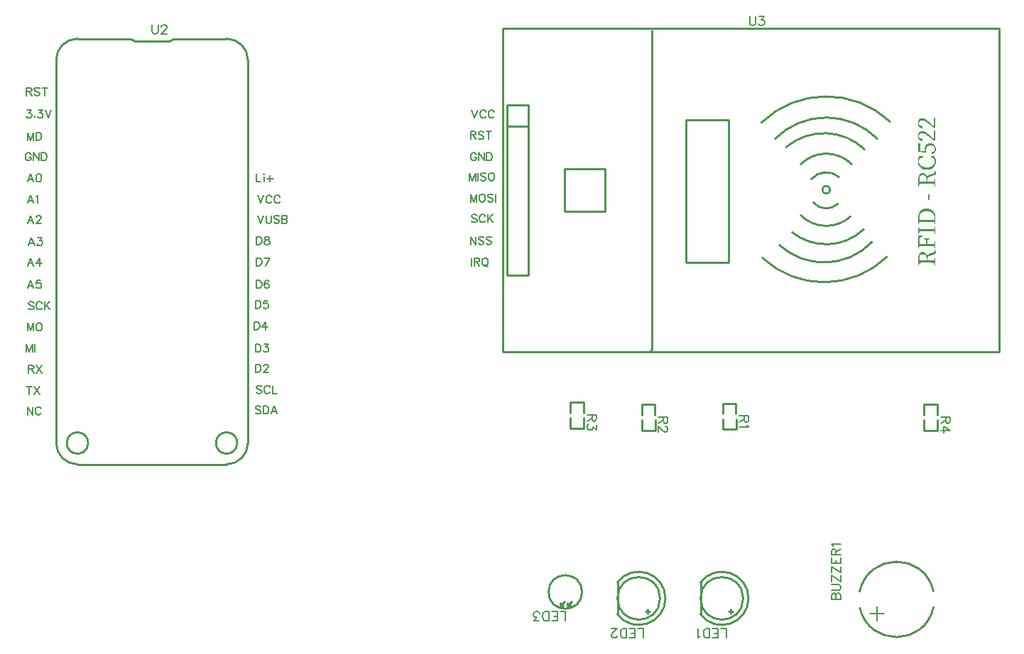
<source format=gto>
G04 Layer: TopSilkLayer*
G04 EasyEDA v6.4.19.5, 2021-05-20T10:28:44+07:00*
G04 27e653f2f64e4e94b3cc02e3c5d75013,8de9fd2be1ea41df81dd73b3f080cf7e,10*
G04 Gerber Generator version 0.2*
G04 Scale: 100 percent, Rotated: No, Reflected: No *
G04 Dimensions in millimeters *
G04 leading zeros omitted , absolute positions ,4 integer and 5 decimal *
%FSLAX45Y45*%
%MOMM*%

%ADD10C,0.2540*%
%ADD17C,0.2032*%
%ADD18C,0.1524*%

%LPD*%
G36*
X12174728Y7264400D02*
G01*
X12174728Y7158228D01*
X12123877Y7207199D01*
X12111837Y7218324D01*
X12101068Y7227824D01*
X12091365Y7235799D01*
X12082526Y7242251D01*
X12074296Y7247381D01*
X12066524Y7251192D01*
X12058954Y7253782D01*
X12051436Y7255306D01*
X12047575Y7255662D01*
X12043664Y7255764D01*
X12037771Y7255560D01*
X12032132Y7254951D01*
X12026747Y7253884D01*
X12021667Y7252411D01*
X12016892Y7250480D01*
X12012422Y7248144D01*
X12008256Y7245350D01*
X12004497Y7242098D01*
X12001093Y7238339D01*
X11998045Y7234174D01*
X11995454Y7229500D01*
X11993321Y7224369D01*
X11991594Y7218730D01*
X11990324Y7212634D01*
X11989562Y7205980D01*
X11989308Y7198868D01*
X11989511Y7193178D01*
X11990019Y7187641D01*
X11990933Y7182205D01*
X11992203Y7176973D01*
X11993829Y7171944D01*
X11995810Y7167118D01*
X11998198Y7162546D01*
X12000890Y7158228D01*
X12003989Y7154265D01*
X12007392Y7150608D01*
X12011202Y7147306D01*
X12015368Y7144410D01*
X12019838Y7141972D01*
X12024715Y7139940D01*
X12029948Y7138416D01*
X12035536Y7137400D01*
X12039447Y7140092D01*
X12042444Y7143546D01*
X12044273Y7147559D01*
X12044934Y7152131D01*
X12043918Y7157567D01*
X12040616Y7162139D01*
X12034672Y7165898D01*
X12025630Y7168896D01*
X12003278Y7174992D01*
X12001804Y7184085D01*
X12001246Y7191502D01*
X12001601Y7197039D01*
X12002668Y7202220D01*
X12004395Y7206996D01*
X12006783Y7211415D01*
X12009729Y7215378D01*
X12013285Y7218883D01*
X12017349Y7221880D01*
X12021972Y7224420D01*
X12027052Y7226452D01*
X12032589Y7227874D01*
X12038584Y7228789D01*
X12044934Y7229094D01*
X12049556Y7228941D01*
X12054128Y7228433D01*
X12058700Y7227620D01*
X12063323Y7226452D01*
X12072670Y7223099D01*
X12077446Y7220915D01*
X12082322Y7218375D01*
X12092381Y7212228D01*
X12103049Y7204659D01*
X12114428Y7195667D01*
X12134697Y7178192D01*
X12179300Y7138670D01*
X12198350Y7138670D01*
X12198350Y7264400D01*
G37*
G36*
X12174728Y7110984D02*
G01*
X12174728Y7004812D01*
X12123877Y7053783D01*
X12111837Y7064908D01*
X12101068Y7074408D01*
X12091365Y7082383D01*
X12082526Y7088835D01*
X12074296Y7093966D01*
X12066524Y7097775D01*
X12058954Y7100366D01*
X12051436Y7101890D01*
X12047575Y7102246D01*
X12043664Y7102348D01*
X12037771Y7102144D01*
X12032132Y7101535D01*
X12026747Y7100468D01*
X12021667Y7098995D01*
X12016892Y7097064D01*
X12012422Y7094728D01*
X12008256Y7091934D01*
X12004497Y7088682D01*
X12001093Y7084923D01*
X11998045Y7080758D01*
X11995454Y7076084D01*
X11993321Y7070953D01*
X11991594Y7065314D01*
X11990324Y7059218D01*
X11989562Y7052564D01*
X11989308Y7045452D01*
X11989511Y7039762D01*
X11990019Y7034225D01*
X11990933Y7028789D01*
X11992203Y7023557D01*
X11993829Y7018528D01*
X11995810Y7013702D01*
X11998198Y7009130D01*
X12000890Y7004812D01*
X12003989Y7000849D01*
X12007392Y6997192D01*
X12011202Y6993890D01*
X12015368Y6990994D01*
X12019838Y6988556D01*
X12024715Y6986524D01*
X12029948Y6985000D01*
X12035536Y6983984D01*
X12039447Y6986676D01*
X12042444Y6990130D01*
X12044273Y6994144D01*
X12044934Y6998716D01*
X12043918Y7004151D01*
X12040616Y7008723D01*
X12034672Y7012482D01*
X12025630Y7015480D01*
X12003278Y7021575D01*
X12001804Y7030669D01*
X12001246Y7038086D01*
X12001601Y7043674D01*
X12002668Y7048906D01*
X12004395Y7053732D01*
X12006783Y7058101D01*
X12009729Y7062063D01*
X12013285Y7065568D01*
X12017349Y7068566D01*
X12021972Y7071055D01*
X12027052Y7073036D01*
X12032589Y7074509D01*
X12038584Y7075373D01*
X12044934Y7075678D01*
X12049556Y7075525D01*
X12054128Y7075017D01*
X12058700Y7074204D01*
X12063323Y7073036D01*
X12072670Y7069683D01*
X12077446Y7067499D01*
X12082322Y7064959D01*
X12092381Y7058812D01*
X12103049Y7051243D01*
X12114428Y7042251D01*
X12134697Y7024776D01*
X12179300Y6985253D01*
X12198350Y6985253D01*
X12198350Y7110984D01*
G37*
G36*
X12135104Y6957059D02*
G01*
X12129109Y6956856D01*
X12123369Y6956247D01*
X12117882Y6955281D01*
X12112701Y6953961D01*
X12107824Y6952234D01*
X12103201Y6950151D01*
X12098832Y6947763D01*
X12094819Y6945020D01*
X12091060Y6941972D01*
X12087656Y6938619D01*
X12084507Y6934962D01*
X12081662Y6930999D01*
X12079173Y6926783D01*
X12076988Y6922262D01*
X12075109Y6917537D01*
X12073585Y6912508D01*
X12072416Y6907275D01*
X12071553Y6901840D01*
X12070994Y6896150D01*
X12070842Y6890258D01*
X12071146Y6882130D01*
X12071959Y6874408D01*
X12073432Y6866839D01*
X12075414Y6859270D01*
X12017502Y6863334D01*
X12017502Y6951472D01*
X11993626Y6951472D01*
X11993626Y6851650D01*
X12089130Y6845046D01*
X12091416Y6852920D01*
X12089587Y6860336D01*
X12088317Y6867753D01*
X12087606Y6875119D01*
X12087352Y6882384D01*
X12087707Y6889445D01*
X12088825Y6896100D01*
X12090654Y6902196D01*
X12093244Y6907834D01*
X12096445Y6912864D01*
X12100407Y6917334D01*
X12105030Y6921195D01*
X12110262Y6924446D01*
X12116155Y6926986D01*
X12122708Y6928866D01*
X12129871Y6929983D01*
X12137644Y6930390D01*
X12145467Y6930034D01*
X12152782Y6929018D01*
X12159488Y6927342D01*
X12165685Y6925005D01*
X12171222Y6922008D01*
X12176150Y6918401D01*
X12180417Y6914134D01*
X12183922Y6909257D01*
X12186767Y6903821D01*
X12188799Y6897776D01*
X12190069Y6891121D01*
X12190476Y6883908D01*
X12190323Y6879031D01*
X12189815Y6874256D01*
X12188952Y6869480D01*
X12187682Y6864603D01*
X12160046Y6856730D01*
X12154103Y6853377D01*
X12151004Y6849059D01*
X12150090Y6843268D01*
X12150699Y6838442D01*
X12152528Y6834276D01*
X12155576Y6830923D01*
X12159742Y6828536D01*
X12166498Y6830415D01*
X12172696Y6832803D01*
X12178284Y6835800D01*
X12183262Y6839305D01*
X12187682Y6843318D01*
X12191542Y6847890D01*
X12194794Y6852920D01*
X12197435Y6858508D01*
X12199518Y6864553D01*
X12200991Y6871157D01*
X12201855Y6878167D01*
X12202160Y6885686D01*
X12201956Y6892036D01*
X12201347Y6898182D01*
X12200382Y6904075D01*
X12199061Y6909714D01*
X12197334Y6915048D01*
X12195251Y6920128D01*
X12192863Y6924954D01*
X12190120Y6929475D01*
X12187072Y6933692D01*
X12183668Y6937552D01*
X12180011Y6941159D01*
X12176048Y6944359D01*
X12171781Y6947255D01*
X12167311Y6949795D01*
X12162536Y6951980D01*
X12157506Y6953758D01*
X12152223Y6955180D01*
X12146737Y6956247D01*
X12141047Y6956856D01*
G37*
G36*
X12142978Y6804152D02*
G01*
X12142978Y6787388D01*
X12181840Y6779768D01*
X12185396Y6770928D01*
X12187732Y6762038D01*
X12189053Y6753148D01*
X12189460Y6744462D01*
X12189307Y6739077D01*
X12188799Y6733844D01*
X12187936Y6728714D01*
X12186767Y6723786D01*
X12185243Y6719011D01*
X12183414Y6714388D01*
X12181281Y6709968D01*
X12178741Y6705752D01*
X12175947Y6701739D01*
X12172797Y6697878D01*
X12169343Y6694271D01*
X12165533Y6690868D01*
X12161469Y6687718D01*
X12157049Y6684772D01*
X12152274Y6682079D01*
X12147245Y6679641D01*
X12141860Y6677456D01*
X12136221Y6675526D01*
X12130227Y6673900D01*
X12123928Y6672529D01*
X12117324Y6671462D01*
X12110415Y6670649D01*
X12103252Y6670192D01*
X12095734Y6670040D01*
X12088266Y6670192D01*
X12081154Y6670700D01*
X12074296Y6671564D01*
X12067743Y6672732D01*
X12061494Y6674205D01*
X12055500Y6675932D01*
X12049861Y6677964D01*
X12044527Y6680301D01*
X12039498Y6682892D01*
X12034774Y6685686D01*
X12030354Y6688785D01*
X12026239Y6692087D01*
X12022429Y6695592D01*
X12018975Y6699300D01*
X12015825Y6703263D01*
X12012980Y6707378D01*
X12010491Y6711645D01*
X12008307Y6716115D01*
X12006478Y6720738D01*
X12004954Y6725462D01*
X12003786Y6730390D01*
X12002922Y6735368D01*
X12002414Y6740499D01*
X12002262Y6745731D01*
X12002719Y6753402D01*
X12004040Y6761175D01*
X12006326Y6768998D01*
X12009628Y6776974D01*
X12048744Y6784594D01*
X12048744Y6801358D01*
X12003786Y6800596D01*
X11999772Y6793077D01*
X11996521Y6785508D01*
X11993930Y6777990D01*
X11991898Y6770522D01*
X11990476Y6763207D01*
X11989511Y6755993D01*
X11988952Y6748983D01*
X11988800Y6742175D01*
X11988952Y6735825D01*
X11989460Y6729628D01*
X11990273Y6723583D01*
X11991441Y6717639D01*
X11992914Y6711848D01*
X11994642Y6706209D01*
X11996724Y6700774D01*
X11999061Y6695490D01*
X12001703Y6690359D01*
X12004598Y6685483D01*
X12007799Y6680758D01*
X12011202Y6676237D01*
X12014911Y6671919D01*
X12018822Y6667855D01*
X12022988Y6663994D01*
X12027408Y6660388D01*
X12032030Y6657035D01*
X12036907Y6653885D01*
X12041936Y6651040D01*
X12047220Y6648450D01*
X12052655Y6646113D01*
X12058294Y6644081D01*
X12064136Y6642353D01*
X12070130Y6640931D01*
X12076328Y6639763D01*
X12082627Y6638950D01*
X12089130Y6638442D01*
X12095734Y6638290D01*
X12102490Y6638442D01*
X12109094Y6638950D01*
X12115495Y6639712D01*
X12121743Y6640830D01*
X12127788Y6642201D01*
X12133681Y6643878D01*
X12139371Y6645859D01*
X12144857Y6648094D01*
X12150140Y6650583D01*
X12155220Y6653377D01*
X12160046Y6656425D01*
X12164669Y6659727D01*
X12169089Y6663283D01*
X12173254Y6667093D01*
X12177166Y6671106D01*
X12180824Y6675374D01*
X12184227Y6679844D01*
X12187377Y6684568D01*
X12190222Y6689496D01*
X12192812Y6694576D01*
X12195149Y6699910D01*
X12197181Y6705396D01*
X12198908Y6711086D01*
X12200331Y6716979D01*
X12201448Y6723024D01*
X12202261Y6729272D01*
X12202769Y6735622D01*
X12202820Y6747611D01*
X12202058Y6758330D01*
X12200432Y6768795D01*
X12197994Y6779006D01*
X12196470Y6784035D01*
X12194692Y6788962D01*
X12190425Y6798665D01*
X12187936Y6803390D01*
G37*
G36*
X12187682Y6624828D02*
G01*
X12185396Y6601206D01*
X12137390Y6586981D01*
X12129211Y6584137D01*
X12122099Y6580987D01*
X12116054Y6577380D01*
X12110923Y6573266D01*
X12106757Y6568592D01*
X12103354Y6563258D01*
X12100712Y6557213D01*
X12098782Y6550406D01*
X12096953Y6558737D01*
X12094514Y6566408D01*
X12091517Y6573316D01*
X12088012Y6579514D01*
X12084050Y6585000D01*
X12079681Y6589725D01*
X12074906Y6593789D01*
X12069826Y6597091D01*
X12064492Y6599681D01*
X12058904Y6601510D01*
X12053112Y6602628D01*
X12047220Y6602984D01*
X12041073Y6602679D01*
X12035231Y6601714D01*
X12029744Y6600139D01*
X12024614Y6597954D01*
X12019838Y6595211D01*
X12015419Y6591858D01*
X12011406Y6587947D01*
X12007748Y6583476D01*
X12004497Y6578447D01*
X12001652Y6572859D01*
X11999264Y6566814D01*
X11997232Y6560210D01*
X11995658Y6553149D01*
X11994540Y6545580D01*
X11993880Y6537553D01*
X11993626Y6529070D01*
X11993626Y6500876D01*
X12005564Y6500876D01*
X12005564Y6527546D01*
X12005868Y6535166D01*
X12006783Y6542125D01*
X12008307Y6548323D01*
X12010440Y6553809D01*
X12013133Y6558635D01*
X12016384Y6562801D01*
X12020143Y6566255D01*
X12024512Y6569100D01*
X12029338Y6571284D01*
X12034723Y6572808D01*
X12040616Y6573723D01*
X12046966Y6574028D01*
X12053163Y6573672D01*
X12059056Y6572656D01*
X12064593Y6570980D01*
X12069724Y6568592D01*
X12074398Y6565544D01*
X12078563Y6561836D01*
X12082272Y6557416D01*
X12085370Y6552336D01*
X12087809Y6546596D01*
X12089638Y6540144D01*
X12090755Y6533032D01*
X12091162Y6525259D01*
X12091162Y6500368D01*
X12039650Y6500469D01*
X11993626Y6500876D01*
X11993626Y6443218D01*
X12004040Y6443218D01*
X12007342Y6471920D01*
X12034164Y6472275D01*
X12130887Y6472428D01*
X12184634Y6471920D01*
X12187682Y6443218D01*
X12198350Y6443218D01*
X12198350Y6529324D01*
X12187682Y6529324D01*
X12184380Y6500876D01*
X12144451Y6500418D01*
X12102846Y6500368D01*
X12102846Y6516624D01*
X12103150Y6525463D01*
X12104116Y6532930D01*
X12105944Y6539280D01*
X12108738Y6544614D01*
X12112752Y6548983D01*
X12118086Y6552641D01*
X12124893Y6555689D01*
X12133326Y6558280D01*
X12181840Y6570725D01*
X12186767Y6572199D01*
X12190882Y6574281D01*
X12194286Y6576974D01*
X12196978Y6580327D01*
X12198959Y6584391D01*
X12200331Y6589318D01*
X12201144Y6595059D01*
X12201398Y6601714D01*
X12201194Y6608572D01*
X12200636Y6614718D01*
X12199670Y6620103D01*
X12198350Y6624828D01*
G37*
G36*
X12112498Y6345936D02*
G01*
X12112498Y6274562D01*
X12130532Y6274562D01*
X12130532Y6345936D01*
G37*
G36*
X12095988Y6176264D02*
G01*
X12089028Y6176111D01*
X12082322Y6175654D01*
X12075871Y6174892D01*
X12069622Y6173876D01*
X12063577Y6172555D01*
X12057786Y6170980D01*
X12052249Y6169101D01*
X12046915Y6166967D01*
X12041835Y6164580D01*
X12037009Y6161938D01*
X12028068Y6155893D01*
X12024004Y6152489D01*
X12020143Y6148882D01*
X12016536Y6145022D01*
X12013184Y6140958D01*
X12007291Y6132169D01*
X12004700Y6127445D01*
X12002414Y6122517D01*
X12000382Y6117437D01*
X11998604Y6112154D01*
X11997080Y6106668D01*
X11995861Y6101029D01*
X11994896Y6095187D01*
X11994184Y6089192D01*
X11993778Y6082995D01*
X11993626Y6045200D01*
X12005564Y6045200D01*
X12005716Y6077305D01*
X12006224Y6082792D01*
X12007037Y6088075D01*
X12008154Y6093155D01*
X12009628Y6097981D01*
X12011406Y6102553D01*
X12013488Y6106972D01*
X12015927Y6111087D01*
X12018619Y6115050D01*
X12021667Y6118707D01*
X12025020Y6122162D01*
X12028678Y6125362D01*
X12032640Y6128359D01*
X12036907Y6131052D01*
X12041479Y6133541D01*
X12046356Y6135776D01*
X12051538Y6137706D01*
X12056973Y6139434D01*
X12062764Y6140907D01*
X12068810Y6142126D01*
X12075160Y6143040D01*
X12081814Y6143701D01*
X12088774Y6144107D01*
X12095988Y6144260D01*
X12102998Y6144107D01*
X12109704Y6143701D01*
X12116206Y6143040D01*
X12128398Y6140907D01*
X12134088Y6139434D01*
X12139523Y6137656D01*
X12144654Y6135674D01*
X12149531Y6133388D01*
X12154103Y6130899D01*
X12158421Y6128105D01*
X12162434Y6125057D01*
X12166142Y6121806D01*
X12169546Y6118250D01*
X12172645Y6114491D01*
X12175439Y6110427D01*
X12177928Y6106160D01*
X12180062Y6101588D01*
X12181890Y6096812D01*
X12183414Y6091834D01*
X12184634Y6086551D01*
X12185446Y6081064D01*
X12186005Y6075324D01*
X12186158Y6045200D01*
X12129617Y6044692D01*
X12026087Y6044895D01*
X11993626Y6045200D01*
X11993626Y5987542D01*
X12004040Y5987542D01*
X12007342Y6016244D01*
X12054636Y6016701D01*
X12143689Y6016701D01*
X12184634Y6016244D01*
X12187682Y5987542D01*
X12198350Y5987542D01*
X12198350Y6071108D01*
X12198197Y6077559D01*
X12197791Y6083909D01*
X12197080Y6090107D01*
X12196114Y6096152D01*
X12194895Y6101994D01*
X12193371Y6107734D01*
X12191593Y6113272D01*
X12189561Y6118606D01*
X12187275Y6123787D01*
X12184684Y6128766D01*
X12181840Y6133541D01*
X12178792Y6138113D01*
X12175439Y6142431D01*
X12171832Y6146546D01*
X12167971Y6150406D01*
X12163907Y6154064D01*
X12159538Y6157468D01*
X12154966Y6160617D01*
X12150140Y6163462D01*
X12145060Y6166104D01*
X12139726Y6168390D01*
X12134189Y6170422D01*
X12128398Y6172200D01*
X12122353Y6173622D01*
X12116104Y6174790D01*
X12109653Y6175603D01*
X12102947Y6176111D01*
G37*
G36*
X11993626Y5960364D02*
G01*
X11993626Y5874258D01*
X12004040Y5874258D01*
X12007342Y5902706D01*
X12034164Y5903061D01*
X12130887Y5903214D01*
X12184634Y5902706D01*
X12187682Y5874258D01*
X12198350Y5874258D01*
X12198350Y5960364D01*
X12187682Y5960364D01*
X12184380Y5931662D01*
X12150750Y5931255D01*
X12061240Y5931154D01*
X12007342Y5931662D01*
X12004040Y5960364D01*
G37*
G36*
X12047474Y5853430D02*
G01*
X11993626Y5851906D01*
X11993626Y5699760D01*
X12004040Y5699760D01*
X12007342Y5728462D01*
X12034164Y5728817D01*
X12130887Y5728970D01*
X12184634Y5728462D01*
X12187682Y5699760D01*
X12198350Y5699760D01*
X12198350Y5786374D01*
X12187682Y5786374D01*
X12184380Y5757418D01*
X12136475Y5756960D01*
X12100306Y5756910D01*
X12100306Y5805170D01*
X12132056Y5808980D01*
X12132056Y5821934D01*
X12057888Y5821934D01*
X12057888Y5808980D01*
X12088114Y5805170D01*
X12088114Y5756910D01*
X12027001Y5757113D01*
X12007088Y5757418D01*
X12007088Y5830316D01*
X12047474Y5838444D01*
G37*
G36*
X12187682Y5681980D02*
G01*
X12185396Y5658104D01*
X12137390Y5643880D01*
X12129211Y5641136D01*
X12122099Y5637987D01*
X12116054Y5634380D01*
X12110923Y5630265D01*
X12106757Y5625541D01*
X12103354Y5620207D01*
X12100712Y5614162D01*
X12098782Y5607304D01*
X12096953Y5615686D01*
X12094514Y5623356D01*
X12091517Y5630316D01*
X12088012Y5636514D01*
X12084050Y5642000D01*
X12079681Y5646724D01*
X12074906Y5650738D01*
X12069826Y5654040D01*
X12064492Y5656580D01*
X12058904Y5658408D01*
X12053112Y5659526D01*
X12047220Y5659882D01*
X12041073Y5659577D01*
X12035231Y5658612D01*
X12029744Y5657037D01*
X12024614Y5654852D01*
X12019838Y5652109D01*
X12015419Y5648756D01*
X12011406Y5644845D01*
X12007748Y5640374D01*
X12004497Y5635396D01*
X12001652Y5629859D01*
X11999264Y5623814D01*
X11997232Y5617210D01*
X11995658Y5610199D01*
X11994540Y5602681D01*
X11993880Y5594654D01*
X11993626Y5586222D01*
X11993626Y5558028D01*
X12005564Y5558028D01*
X12005564Y5584444D01*
X12005868Y5592064D01*
X12006783Y5599023D01*
X12008307Y5605272D01*
X12010440Y5610809D01*
X12013133Y5615635D01*
X12016384Y5619800D01*
X12020143Y5623306D01*
X12024512Y5626150D01*
X12029338Y5628386D01*
X12034723Y5629960D01*
X12040616Y5630875D01*
X12046966Y5631180D01*
X12053163Y5630824D01*
X12059056Y5629808D01*
X12064593Y5628132D01*
X12069724Y5625744D01*
X12074398Y5622696D01*
X12078563Y5618937D01*
X12082272Y5614517D01*
X12085370Y5609437D01*
X12087809Y5603646D01*
X12089638Y5597144D01*
X12090755Y5589981D01*
X12091162Y5582158D01*
X12091162Y5557266D01*
X12046661Y5557367D01*
X12005564Y5558028D01*
X11993626Y5558028D01*
X11993626Y5500370D01*
X12004040Y5500370D01*
X12007342Y5528818D01*
X12034164Y5529173D01*
X12130887Y5529326D01*
X12184634Y5528818D01*
X12187682Y5500370D01*
X12198350Y5500370D01*
X12198350Y5586476D01*
X12187682Y5586476D01*
X12184380Y5558028D01*
X12151207Y5557418D01*
X12102846Y5557266D01*
X12102846Y5573522D01*
X12103150Y5582361D01*
X12104116Y5589879D01*
X12105944Y5596280D01*
X12108738Y5601563D01*
X12112752Y5606034D01*
X12118086Y5609691D01*
X12124893Y5612688D01*
X12133326Y5615178D01*
X12181840Y5627878D01*
X12186767Y5629351D01*
X12190882Y5631434D01*
X12194286Y5634126D01*
X12196978Y5637479D01*
X12198959Y5641543D01*
X12200331Y5646470D01*
X12201144Y5652211D01*
X12201398Y5658866D01*
X12201194Y5665622D01*
X12200636Y5671769D01*
X12199670Y5677204D01*
X12198350Y5681980D01*
G37*
D17*
X6667500Y7352537D02*
G01*
X6703822Y7257034D01*
X6740143Y7352537D02*
G01*
X6703822Y7257034D01*
X6838441Y7329931D02*
G01*
X6833870Y7339076D01*
X6824725Y7347965D01*
X6815581Y7352537D01*
X6797547Y7352537D01*
X6788404Y7347965D01*
X6779259Y7339076D01*
X6774688Y7329931D01*
X6770115Y7316215D01*
X6770115Y7293610D01*
X6774688Y7279894D01*
X6779259Y7270750D01*
X6788404Y7261605D01*
X6797547Y7257034D01*
X6815581Y7257034D01*
X6824725Y7261605D01*
X6833870Y7270750D01*
X6838441Y7279894D01*
X6936486Y7329931D02*
G01*
X6932168Y7339076D01*
X6923024Y7347965D01*
X6913879Y7352537D01*
X6895591Y7352537D01*
X6886702Y7347965D01*
X6877558Y7339076D01*
X6872986Y7329931D01*
X6868413Y7316215D01*
X6868413Y7293610D01*
X6872986Y7279894D01*
X6877558Y7270750D01*
X6886702Y7261605D01*
X6895591Y7257034D01*
X6913879Y7257034D01*
X6923024Y7261605D01*
X6932168Y7270750D01*
X6936486Y7279894D01*
X6654800Y7098537D02*
G01*
X6654800Y7003034D01*
X6654800Y7098537D02*
G01*
X6695693Y7098537D01*
X6709409Y7093965D01*
X6713981Y7089394D01*
X6718554Y7080504D01*
X6718554Y7071360D01*
X6713981Y7062215D01*
X6709409Y7057644D01*
X6695693Y7053071D01*
X6654800Y7053071D01*
X6686550Y7053071D02*
G01*
X6718554Y7003034D01*
X6812025Y7085076D02*
G01*
X6802881Y7093965D01*
X6789420Y7098537D01*
X6771131Y7098537D01*
X6757415Y7093965D01*
X6748525Y7085076D01*
X6748525Y7075931D01*
X6753097Y7066787D01*
X6757415Y7062215D01*
X6766559Y7057644D01*
X6793991Y7048500D01*
X6802881Y7044181D01*
X6807454Y7039610D01*
X6812025Y7030465D01*
X6812025Y7016750D01*
X6802881Y7007605D01*
X6789420Y7003034D01*
X6771131Y7003034D01*
X6757415Y7007605D01*
X6748525Y7016750D01*
X6874002Y7098537D02*
G01*
X6874002Y7003034D01*
X6841997Y7098537D02*
G01*
X6905752Y7098537D01*
X6722872Y6821931D02*
G01*
X6718554Y6831076D01*
X6709409Y6839965D01*
X6700265Y6844537D01*
X6681977Y6844537D01*
X6673088Y6839965D01*
X6663943Y6831076D01*
X6659372Y6821931D01*
X6654800Y6808215D01*
X6654800Y6785610D01*
X6659372Y6771894D01*
X6663943Y6762750D01*
X6673088Y6753605D01*
X6681977Y6749034D01*
X6700265Y6749034D01*
X6709409Y6753605D01*
X6718554Y6762750D01*
X6722872Y6771894D01*
X6722872Y6785610D01*
X6700265Y6785610D02*
G01*
X6722872Y6785610D01*
X6753097Y6844537D02*
G01*
X6753097Y6749034D01*
X6753097Y6844537D02*
G01*
X6816597Y6749034D01*
X6816597Y6844537D02*
G01*
X6816597Y6749034D01*
X6846570Y6844537D02*
G01*
X6846570Y6749034D01*
X6846570Y6844537D02*
G01*
X6878320Y6844537D01*
X6892036Y6839965D01*
X6901179Y6831076D01*
X6905752Y6821931D01*
X6910324Y6808215D01*
X6910324Y6785610D01*
X6905752Y6771894D01*
X6901179Y6762750D01*
X6892036Y6753605D01*
X6878320Y6749034D01*
X6846570Y6749034D01*
X6642100Y6603237D02*
G01*
X6642100Y6507734D01*
X6642100Y6603237D02*
G01*
X6678422Y6507734D01*
X6714743Y6603237D02*
G01*
X6678422Y6507734D01*
X6714743Y6603237D02*
G01*
X6714743Y6507734D01*
X6744715Y6603237D02*
G01*
X6744715Y6507734D01*
X6838441Y6589776D02*
G01*
X6829297Y6598665D01*
X6815836Y6603237D01*
X6797547Y6603237D01*
X6783831Y6598665D01*
X6774941Y6589776D01*
X6774941Y6580631D01*
X6779259Y6571487D01*
X6783831Y6566915D01*
X6792975Y6562344D01*
X6820408Y6553200D01*
X6829297Y6548881D01*
X6833870Y6544310D01*
X6838441Y6535165D01*
X6838441Y6521450D01*
X6829297Y6512305D01*
X6815836Y6507734D01*
X6797547Y6507734D01*
X6783831Y6512305D01*
X6774941Y6521450D01*
X6895845Y6603237D02*
G01*
X6886702Y6598665D01*
X6877558Y6589776D01*
X6872986Y6580631D01*
X6868413Y6566915D01*
X6868413Y6544310D01*
X6872986Y6530594D01*
X6877558Y6521450D01*
X6886702Y6512305D01*
X6895845Y6507734D01*
X6913879Y6507734D01*
X6923024Y6512305D01*
X6932168Y6521450D01*
X6936740Y6530594D01*
X6941311Y6544310D01*
X6941311Y6566915D01*
X6936740Y6580631D01*
X6932168Y6589776D01*
X6923024Y6598665D01*
X6913879Y6603237D01*
X6895845Y6603237D01*
X6654800Y6349237D02*
G01*
X6654800Y6253734D01*
X6654800Y6349237D02*
G01*
X6691122Y6253734D01*
X6727443Y6349237D02*
G01*
X6691122Y6253734D01*
X6727443Y6349237D02*
G01*
X6727443Y6253734D01*
X6784847Y6349237D02*
G01*
X6775704Y6344665D01*
X6766559Y6335776D01*
X6761988Y6326631D01*
X6757415Y6312915D01*
X6757415Y6290310D01*
X6761988Y6276594D01*
X6766559Y6267450D01*
X6775704Y6258305D01*
X6784847Y6253734D01*
X6802881Y6253734D01*
X6812025Y6258305D01*
X6821170Y6267450D01*
X6825741Y6276594D01*
X6830313Y6290310D01*
X6830313Y6312915D01*
X6825741Y6326631D01*
X6821170Y6335776D01*
X6812025Y6344665D01*
X6802881Y6349237D01*
X6784847Y6349237D01*
X6923786Y6335776D02*
G01*
X6914895Y6344665D01*
X6901179Y6349237D01*
X6882891Y6349237D01*
X6869429Y6344665D01*
X6860286Y6335776D01*
X6860286Y6326631D01*
X6864858Y6317487D01*
X6869429Y6312915D01*
X6878320Y6308344D01*
X6905752Y6299200D01*
X6914895Y6294881D01*
X6919468Y6290310D01*
X6923786Y6281165D01*
X6923786Y6267450D01*
X6914895Y6258305D01*
X6901179Y6253734D01*
X6882891Y6253734D01*
X6869429Y6258305D01*
X6860286Y6267450D01*
X6954011Y6349237D02*
G01*
X6954011Y6253734D01*
X6731254Y6094476D02*
G01*
X6722109Y6103365D01*
X6708393Y6107937D01*
X6690106Y6107937D01*
X6676643Y6103365D01*
X6667500Y6094476D01*
X6667500Y6085331D01*
X6672072Y6076187D01*
X6676643Y6071615D01*
X6685788Y6067044D01*
X6712965Y6057900D01*
X6722109Y6053581D01*
X6726681Y6049010D01*
X6731254Y6039865D01*
X6731254Y6026150D01*
X6722109Y6017005D01*
X6708393Y6012434D01*
X6690106Y6012434D01*
X6676643Y6017005D01*
X6667500Y6026150D01*
X6829297Y6085331D02*
G01*
X6824725Y6094476D01*
X6815581Y6103365D01*
X6806691Y6107937D01*
X6788404Y6107937D01*
X6779259Y6103365D01*
X6770115Y6094476D01*
X6765797Y6085331D01*
X6761225Y6071615D01*
X6761225Y6049010D01*
X6765797Y6035294D01*
X6770115Y6026150D01*
X6779259Y6017005D01*
X6788404Y6012434D01*
X6806691Y6012434D01*
X6815581Y6017005D01*
X6824725Y6026150D01*
X6829297Y6035294D01*
X6859270Y6107937D02*
G01*
X6859270Y6012434D01*
X6923024Y6107937D02*
G01*
X6859270Y6044437D01*
X6882129Y6067044D02*
G01*
X6923024Y6012434D01*
X6654800Y5841237D02*
G01*
X6654800Y5745734D01*
X6654800Y5841237D02*
G01*
X6718554Y5745734D01*
X6718554Y5841237D02*
G01*
X6718554Y5745734D01*
X6812025Y5827776D02*
G01*
X6802881Y5836665D01*
X6789420Y5841237D01*
X6771131Y5841237D01*
X6757415Y5836665D01*
X6748525Y5827776D01*
X6748525Y5818631D01*
X6753097Y5809487D01*
X6757415Y5804915D01*
X6766559Y5800344D01*
X6793991Y5791200D01*
X6802881Y5786881D01*
X6807454Y5782310D01*
X6812025Y5773165D01*
X6812025Y5759450D01*
X6802881Y5750305D01*
X6789420Y5745734D01*
X6771131Y5745734D01*
X6757415Y5750305D01*
X6748525Y5759450D01*
X6905752Y5827776D02*
G01*
X6896608Y5836665D01*
X6882891Y5841237D01*
X6864858Y5841237D01*
X6851141Y5836665D01*
X6841997Y5827776D01*
X6841997Y5818631D01*
X6846570Y5809487D01*
X6851141Y5804915D01*
X6860286Y5800344D01*
X6887463Y5791200D01*
X6896608Y5786881D01*
X6901179Y5782310D01*
X6905752Y5773165D01*
X6905752Y5759450D01*
X6896608Y5750305D01*
X6882891Y5745734D01*
X6864858Y5745734D01*
X6851141Y5750305D01*
X6841997Y5759450D01*
X6667500Y5587237D02*
G01*
X6667500Y5491734D01*
X6697472Y5587237D02*
G01*
X6697472Y5491734D01*
X6697472Y5587237D02*
G01*
X6738365Y5587237D01*
X6752081Y5582665D01*
X6756654Y5578094D01*
X6761225Y5569204D01*
X6761225Y5560060D01*
X6756654Y5550915D01*
X6752081Y5546344D01*
X6738365Y5541771D01*
X6697472Y5541771D01*
X6729222Y5541771D02*
G01*
X6761225Y5491734D01*
X6818375Y5587237D02*
G01*
X6809231Y5582665D01*
X6800341Y5573776D01*
X6795770Y5564631D01*
X6791197Y5550915D01*
X6791197Y5528310D01*
X6795770Y5514594D01*
X6800341Y5505450D01*
X6809231Y5496305D01*
X6818375Y5491734D01*
X6836663Y5491734D01*
X6845808Y5496305D01*
X6854697Y5505450D01*
X6859270Y5514594D01*
X6863841Y5528310D01*
X6863841Y5550915D01*
X6859270Y5564631D01*
X6854697Y5573776D01*
X6845808Y5582665D01*
X6836663Y5587237D01*
X6818375Y5587237D01*
X6832091Y5510021D02*
G01*
X6859270Y5482844D01*
X1358900Y7619237D02*
G01*
X1358900Y7523734D01*
X1358900Y7619237D02*
G01*
X1399794Y7619237D01*
X1413510Y7614665D01*
X1418081Y7610094D01*
X1422654Y7601204D01*
X1422654Y7592060D01*
X1418081Y7582915D01*
X1413510Y7578344D01*
X1399794Y7573771D01*
X1358900Y7573771D01*
X1390650Y7573771D02*
G01*
X1422654Y7523734D01*
X1516126Y7605776D02*
G01*
X1506981Y7614665D01*
X1493520Y7619237D01*
X1475231Y7619237D01*
X1461515Y7614665D01*
X1452626Y7605776D01*
X1452626Y7596631D01*
X1457197Y7587487D01*
X1461515Y7582915D01*
X1470660Y7578344D01*
X1498092Y7569200D01*
X1506981Y7564881D01*
X1511554Y7560310D01*
X1516126Y7551165D01*
X1516126Y7537450D01*
X1506981Y7528305D01*
X1493520Y7523734D01*
X1475231Y7523734D01*
X1461515Y7528305D01*
X1452626Y7537450D01*
X1578102Y7619237D02*
G01*
X1578102Y7523734D01*
X1546097Y7619237D02*
G01*
X1609852Y7619237D01*
X1368044Y7352537D02*
G01*
X1418081Y7352537D01*
X1390650Y7316215D01*
X1404365Y7316215D01*
X1413510Y7311644D01*
X1418081Y7307071D01*
X1422654Y7293610D01*
X1422654Y7284465D01*
X1418081Y7270750D01*
X1408937Y7261605D01*
X1395221Y7257034D01*
X1381505Y7257034D01*
X1368044Y7261605D01*
X1363471Y7266178D01*
X1358900Y7275321D01*
X1457197Y7279894D02*
G01*
X1452626Y7275321D01*
X1457197Y7270750D01*
X1461515Y7275321D01*
X1457197Y7279894D01*
X1500631Y7352537D02*
G01*
X1550670Y7352537D01*
X1523492Y7316215D01*
X1537207Y7316215D01*
X1546097Y7311644D01*
X1550670Y7307071D01*
X1555242Y7293610D01*
X1555242Y7284465D01*
X1550670Y7270750D01*
X1541526Y7261605D01*
X1528063Y7257034D01*
X1514347Y7257034D01*
X1500631Y7261605D01*
X1496060Y7266178D01*
X1491742Y7275321D01*
X1585213Y7352537D02*
G01*
X1621536Y7257034D01*
X1658112Y7352537D02*
G01*
X1621536Y7257034D01*
X1371600Y7085837D02*
G01*
X1371600Y6990334D01*
X1371600Y7085837D02*
G01*
X1407921Y6990334D01*
X1444244Y7085837D02*
G01*
X1407921Y6990334D01*
X1444244Y7085837D02*
G01*
X1444244Y6990334D01*
X1474215Y7085837D02*
G01*
X1474215Y6990334D01*
X1474215Y7085837D02*
G01*
X1506220Y7085837D01*
X1519681Y7081265D01*
X1528826Y7072376D01*
X1533397Y7063231D01*
X1537970Y7049515D01*
X1537970Y7026910D01*
X1533397Y7013194D01*
X1528826Y7004050D01*
X1519681Y6994905D01*
X1506220Y6990334D01*
X1474215Y6990334D01*
X1414271Y6821931D02*
G01*
X1409954Y6831076D01*
X1400810Y6839965D01*
X1391665Y6844537D01*
X1373378Y6844537D01*
X1364487Y6839965D01*
X1355344Y6831076D01*
X1350771Y6821931D01*
X1346200Y6808215D01*
X1346200Y6785610D01*
X1350771Y6771894D01*
X1355344Y6762750D01*
X1364487Y6753605D01*
X1373378Y6749034D01*
X1391665Y6749034D01*
X1400810Y6753605D01*
X1409954Y6762750D01*
X1414271Y6771894D01*
X1414271Y6785610D01*
X1391665Y6785610D02*
G01*
X1414271Y6785610D01*
X1444497Y6844537D02*
G01*
X1444497Y6749034D01*
X1444497Y6844537D02*
G01*
X1507997Y6749034D01*
X1507997Y6844537D02*
G01*
X1507997Y6749034D01*
X1537970Y6844537D02*
G01*
X1537970Y6749034D01*
X1537970Y6844537D02*
G01*
X1569720Y6844537D01*
X1583436Y6839965D01*
X1592579Y6831076D01*
X1597152Y6821931D01*
X1601723Y6808215D01*
X1601723Y6785610D01*
X1597152Y6771894D01*
X1592579Y6762750D01*
X1583436Y6753605D01*
X1569720Y6749034D01*
X1537970Y6749034D01*
X1407921Y6590537D02*
G01*
X1371600Y6495034D01*
X1407921Y6590537D02*
G01*
X1444244Y6495034D01*
X1385315Y6527037D02*
G01*
X1430781Y6527037D01*
X1501647Y6590537D02*
G01*
X1487931Y6585965D01*
X1478787Y6572504D01*
X1474215Y6549644D01*
X1474215Y6536181D01*
X1478787Y6513321D01*
X1487931Y6499605D01*
X1501647Y6495034D01*
X1510792Y6495034D01*
X1524254Y6499605D01*
X1533397Y6513321D01*
X1537970Y6536181D01*
X1537970Y6549644D01*
X1533397Y6572504D01*
X1524254Y6585965D01*
X1510792Y6590537D01*
X1501647Y6590537D01*
X1407921Y6336537D02*
G01*
X1371600Y6241034D01*
X1407921Y6336537D02*
G01*
X1444244Y6241034D01*
X1385315Y6273037D02*
G01*
X1430781Y6273037D01*
X1474215Y6318504D02*
G01*
X1483360Y6323076D01*
X1497076Y6336537D01*
X1497076Y6241034D01*
X1407921Y6095237D02*
G01*
X1371600Y5999734D01*
X1407921Y6095237D02*
G01*
X1444244Y5999734D01*
X1385315Y6031737D02*
G01*
X1430781Y6031737D01*
X1478787Y6072631D02*
G01*
X1478787Y6077204D01*
X1483360Y6086094D01*
X1487931Y6090665D01*
X1497076Y6095237D01*
X1515110Y6095237D01*
X1524254Y6090665D01*
X1528826Y6086094D01*
X1533397Y6077204D01*
X1533397Y6068060D01*
X1528826Y6058915D01*
X1519681Y6045200D01*
X1474215Y5999734D01*
X1537970Y5999734D01*
X1420621Y5828537D02*
G01*
X1384300Y5733034D01*
X1420621Y5828537D02*
G01*
X1456944Y5733034D01*
X1398015Y5765037D02*
G01*
X1443481Y5765037D01*
X1496060Y5828537D02*
G01*
X1546097Y5828537D01*
X1518920Y5792215D01*
X1532381Y5792215D01*
X1541526Y5787644D01*
X1546097Y5783071D01*
X1550670Y5769610D01*
X1550670Y5760465D01*
X1546097Y5746750D01*
X1536954Y5737605D01*
X1523492Y5733034D01*
X1509776Y5733034D01*
X1496060Y5737605D01*
X1491487Y5742178D01*
X1486915Y5751321D01*
X1407921Y5587237D02*
G01*
X1371600Y5491734D01*
X1407921Y5587237D02*
G01*
X1444244Y5491734D01*
X1385315Y5523737D02*
G01*
X1430781Y5523737D01*
X1519681Y5587237D02*
G01*
X1474215Y5523737D01*
X1542542Y5523737D01*
X1519681Y5587237D02*
G01*
X1519681Y5491734D01*
X1407921Y5320537D02*
G01*
X1371600Y5225034D01*
X1407921Y5320537D02*
G01*
X1444244Y5225034D01*
X1385315Y5257037D02*
G01*
X1430781Y5257037D01*
X1528826Y5320537D02*
G01*
X1483360Y5320537D01*
X1478787Y5279644D01*
X1483360Y5284215D01*
X1497076Y5288787D01*
X1510792Y5288787D01*
X1524254Y5284215D01*
X1533397Y5275071D01*
X1537970Y5261610D01*
X1537970Y5252465D01*
X1533397Y5238750D01*
X1524254Y5229605D01*
X1510792Y5225034D01*
X1497076Y5225034D01*
X1483360Y5229605D01*
X1478787Y5234178D01*
X1474215Y5243321D01*
X1448054Y5053076D02*
G01*
X1438910Y5061965D01*
X1425194Y5066537D01*
X1406905Y5066537D01*
X1393444Y5061965D01*
X1384300Y5053076D01*
X1384300Y5043931D01*
X1388871Y5034787D01*
X1393444Y5030215D01*
X1402587Y5025644D01*
X1429765Y5016500D01*
X1438910Y5012181D01*
X1443481Y5007610D01*
X1448054Y4998465D01*
X1448054Y4984750D01*
X1438910Y4975605D01*
X1425194Y4971034D01*
X1406905Y4971034D01*
X1393444Y4975605D01*
X1384300Y4984750D01*
X1546097Y5043931D02*
G01*
X1541526Y5053076D01*
X1532381Y5061965D01*
X1523492Y5066537D01*
X1505204Y5066537D01*
X1496060Y5061965D01*
X1486915Y5053076D01*
X1482597Y5043931D01*
X1478026Y5030215D01*
X1478026Y5007610D01*
X1482597Y4993894D01*
X1486915Y4984750D01*
X1496060Y4975605D01*
X1505204Y4971034D01*
X1523492Y4971034D01*
X1532381Y4975605D01*
X1541526Y4984750D01*
X1546097Y4993894D01*
X1576070Y5066537D02*
G01*
X1576070Y4971034D01*
X1639823Y5066537D02*
G01*
X1576070Y5003037D01*
X1598929Y5025644D02*
G01*
X1639823Y4971034D01*
X1371600Y4812537D02*
G01*
X1371600Y4717034D01*
X1371600Y4812537D02*
G01*
X1407921Y4717034D01*
X1444244Y4812537D02*
G01*
X1407921Y4717034D01*
X1444244Y4812537D02*
G01*
X1444244Y4717034D01*
X1501647Y4812537D02*
G01*
X1492504Y4807965D01*
X1483360Y4799076D01*
X1478787Y4789931D01*
X1474215Y4776215D01*
X1474215Y4753610D01*
X1478787Y4739894D01*
X1483360Y4730750D01*
X1492504Y4721605D01*
X1501647Y4717034D01*
X1519681Y4717034D01*
X1528826Y4721605D01*
X1537970Y4730750D01*
X1542542Y4739894D01*
X1547113Y4753610D01*
X1547113Y4776215D01*
X1542542Y4789931D01*
X1537970Y4799076D01*
X1528826Y4807965D01*
X1519681Y4812537D01*
X1501647Y4812537D01*
X1358900Y4558537D02*
G01*
X1358900Y4463034D01*
X1358900Y4558537D02*
G01*
X1395221Y4463034D01*
X1431544Y4558537D02*
G01*
X1395221Y4463034D01*
X1431544Y4558537D02*
G01*
X1431544Y4463034D01*
X1461515Y4558537D02*
G01*
X1461515Y4463034D01*
X1384300Y4304537D02*
G01*
X1384300Y4209034D01*
X1384300Y4304537D02*
G01*
X1425194Y4304537D01*
X1438910Y4299965D01*
X1443481Y4295394D01*
X1448054Y4286504D01*
X1448054Y4277360D01*
X1443481Y4268215D01*
X1438910Y4263644D01*
X1425194Y4259071D01*
X1384300Y4259071D01*
X1416050Y4259071D02*
G01*
X1448054Y4209034D01*
X1478026Y4304537D02*
G01*
X1541526Y4209034D01*
X1541526Y4304537D02*
G01*
X1478026Y4209034D01*
X1390650Y4050537D02*
G01*
X1390650Y3955034D01*
X1358900Y4050537D02*
G01*
X1422654Y4050537D01*
X1452626Y4050537D02*
G01*
X1516126Y3955034D01*
X1516126Y4050537D02*
G01*
X1452626Y3955034D01*
X1371600Y3809237D02*
G01*
X1371600Y3713734D01*
X1371600Y3809237D02*
G01*
X1435354Y3713734D01*
X1435354Y3809237D02*
G01*
X1435354Y3713734D01*
X1533397Y3786631D02*
G01*
X1528826Y3795776D01*
X1519681Y3804665D01*
X1510792Y3809237D01*
X1492504Y3809237D01*
X1483360Y3804665D01*
X1474215Y3795776D01*
X1469897Y3786631D01*
X1465326Y3772915D01*
X1465326Y3750310D01*
X1469897Y3736594D01*
X1474215Y3727450D01*
X1483360Y3718305D01*
X1492504Y3713734D01*
X1510792Y3713734D01*
X1519681Y3718305D01*
X1528826Y3727450D01*
X1533397Y3736594D01*
X4102100Y6590537D02*
G01*
X4102100Y6495034D01*
X4102100Y6495034D02*
G01*
X4156709Y6495034D01*
X4186681Y6590537D02*
G01*
X4191254Y6585965D01*
X4195825Y6590537D01*
X4191254Y6595110D01*
X4186681Y6590537D01*
X4191254Y6558787D02*
G01*
X4191254Y6495034D01*
X4266691Y6577076D02*
G01*
X4266691Y6495034D01*
X4225797Y6536181D02*
G01*
X4307586Y6536181D01*
X4114800Y6336537D02*
G01*
X4151122Y6241034D01*
X4187443Y6336537D02*
G01*
X4151122Y6241034D01*
X4285741Y6313931D02*
G01*
X4281170Y6323076D01*
X4272025Y6331965D01*
X4262881Y6336537D01*
X4244847Y6336537D01*
X4235704Y6331965D01*
X4226559Y6323076D01*
X4221988Y6313931D01*
X4217415Y6300215D01*
X4217415Y6277610D01*
X4221988Y6263894D01*
X4226559Y6254750D01*
X4235704Y6245605D01*
X4244847Y6241034D01*
X4262881Y6241034D01*
X4272025Y6245605D01*
X4281170Y6254750D01*
X4285741Y6263894D01*
X4383786Y6313931D02*
G01*
X4379468Y6323076D01*
X4370324Y6331965D01*
X4361179Y6336537D01*
X4342891Y6336537D01*
X4334002Y6331965D01*
X4324858Y6323076D01*
X4320286Y6313931D01*
X4315713Y6300215D01*
X4315713Y6277610D01*
X4320286Y6263894D01*
X4324858Y6254750D01*
X4334002Y6245605D01*
X4342891Y6241034D01*
X4361179Y6241034D01*
X4370324Y6245605D01*
X4379468Y6254750D01*
X4383786Y6263894D01*
X4114800Y6095237D02*
G01*
X4151122Y5999734D01*
X4187443Y6095237D02*
G01*
X4151122Y5999734D01*
X4217415Y6095237D02*
G01*
X4217415Y6027165D01*
X4221988Y6013450D01*
X4231131Y6004305D01*
X4244847Y5999734D01*
X4253991Y5999734D01*
X4267454Y6004305D01*
X4276597Y6013450D01*
X4281170Y6027165D01*
X4281170Y6095237D01*
X4374895Y6081776D02*
G01*
X4365752Y6090665D01*
X4352036Y6095237D01*
X4334002Y6095237D01*
X4320286Y6090665D01*
X4311141Y6081776D01*
X4311141Y6072631D01*
X4315713Y6063487D01*
X4320286Y6058915D01*
X4329429Y6054344D01*
X4356608Y6045200D01*
X4365752Y6040881D01*
X4370324Y6036310D01*
X4374895Y6027165D01*
X4374895Y6013450D01*
X4365752Y6004305D01*
X4352036Y5999734D01*
X4334002Y5999734D01*
X4320286Y6004305D01*
X4311141Y6013450D01*
X4404868Y6095237D02*
G01*
X4404868Y5999734D01*
X4404868Y6095237D02*
G01*
X4445761Y6095237D01*
X4459224Y6090665D01*
X4463795Y6086094D01*
X4468368Y6077204D01*
X4468368Y6068060D01*
X4463795Y6058915D01*
X4459224Y6054344D01*
X4445761Y6049771D01*
X4404868Y6049771D02*
G01*
X4445761Y6049771D01*
X4459224Y6045200D01*
X4463795Y6040881D01*
X4468368Y6031737D01*
X4468368Y6018021D01*
X4463795Y6008878D01*
X4459224Y6004305D01*
X4445761Y5999734D01*
X4404868Y5999734D01*
X4102100Y5841237D02*
G01*
X4102100Y5745734D01*
X4102100Y5841237D02*
G01*
X4133850Y5841237D01*
X4147565Y5836665D01*
X4156709Y5827776D01*
X4161281Y5818631D01*
X4165854Y5804915D01*
X4165854Y5782310D01*
X4161281Y5768594D01*
X4156709Y5759450D01*
X4147565Y5750305D01*
X4133850Y5745734D01*
X4102100Y5745734D01*
X4218431Y5841237D02*
G01*
X4204715Y5836665D01*
X4200397Y5827776D01*
X4200397Y5818631D01*
X4204715Y5809487D01*
X4213859Y5804915D01*
X4232147Y5800344D01*
X4245609Y5795771D01*
X4254754Y5786881D01*
X4259325Y5777737D01*
X4259325Y5764021D01*
X4254754Y5754878D01*
X4250181Y5750305D01*
X4236720Y5745734D01*
X4218431Y5745734D01*
X4204715Y5750305D01*
X4200397Y5754878D01*
X4195825Y5764021D01*
X4195825Y5777737D01*
X4200397Y5786881D01*
X4209288Y5795771D01*
X4223004Y5800344D01*
X4241291Y5804915D01*
X4250181Y5809487D01*
X4254754Y5818631D01*
X4254754Y5827776D01*
X4250181Y5836665D01*
X4236720Y5841237D01*
X4218431Y5841237D01*
X4102100Y5587237D02*
G01*
X4102100Y5491734D01*
X4102100Y5587237D02*
G01*
X4133850Y5587237D01*
X4147565Y5582665D01*
X4156709Y5573776D01*
X4161281Y5564631D01*
X4165854Y5550915D01*
X4165854Y5528310D01*
X4161281Y5514594D01*
X4156709Y5505450D01*
X4147565Y5496305D01*
X4133850Y5491734D01*
X4102100Y5491734D01*
X4259325Y5587237D02*
G01*
X4213859Y5491734D01*
X4195825Y5587237D02*
G01*
X4259325Y5587237D01*
X4102100Y5320537D02*
G01*
X4102100Y5225034D01*
X4102100Y5320537D02*
G01*
X4133850Y5320537D01*
X4147565Y5315965D01*
X4156709Y5307076D01*
X4161281Y5297931D01*
X4165854Y5284215D01*
X4165854Y5261610D01*
X4161281Y5247894D01*
X4156709Y5238750D01*
X4147565Y5229605D01*
X4133850Y5225034D01*
X4102100Y5225034D01*
X4250181Y5307076D02*
G01*
X4245609Y5315965D01*
X4232147Y5320537D01*
X4223004Y5320537D01*
X4209288Y5315965D01*
X4200397Y5302504D01*
X4195825Y5279644D01*
X4195825Y5257037D01*
X4200397Y5238750D01*
X4209288Y5229605D01*
X4223004Y5225034D01*
X4227575Y5225034D01*
X4241291Y5229605D01*
X4250181Y5238750D01*
X4254754Y5252465D01*
X4254754Y5257037D01*
X4250181Y5270500D01*
X4241291Y5279644D01*
X4227575Y5284215D01*
X4223004Y5284215D01*
X4209288Y5279644D01*
X4200397Y5270500D01*
X4195825Y5257037D01*
X4089400Y5079237D02*
G01*
X4089400Y4983734D01*
X4089400Y5079237D02*
G01*
X4121150Y5079237D01*
X4134865Y5074665D01*
X4144009Y5065776D01*
X4148581Y5056631D01*
X4153154Y5042915D01*
X4153154Y5020310D01*
X4148581Y5006594D01*
X4144009Y4997450D01*
X4134865Y4988305D01*
X4121150Y4983734D01*
X4089400Y4983734D01*
X4237481Y5079237D02*
G01*
X4192015Y5079237D01*
X4187697Y5038344D01*
X4192015Y5042915D01*
X4205731Y5047487D01*
X4219447Y5047487D01*
X4232909Y5042915D01*
X4242054Y5033771D01*
X4246625Y5020310D01*
X4246625Y5011165D01*
X4242054Y4997450D01*
X4232909Y4988305D01*
X4219447Y4983734D01*
X4205731Y4983734D01*
X4192015Y4988305D01*
X4187697Y4992878D01*
X4183125Y5002021D01*
X4076700Y4825237D02*
G01*
X4076700Y4729734D01*
X4076700Y4825237D02*
G01*
X4108450Y4825237D01*
X4122165Y4820665D01*
X4131309Y4811776D01*
X4135881Y4802631D01*
X4140454Y4788915D01*
X4140454Y4766310D01*
X4135881Y4752594D01*
X4131309Y4743450D01*
X4122165Y4734305D01*
X4108450Y4729734D01*
X4076700Y4729734D01*
X4215891Y4825237D02*
G01*
X4170425Y4761737D01*
X4238497Y4761737D01*
X4215891Y4825237D02*
G01*
X4215891Y4729734D01*
X4089400Y4558537D02*
G01*
X4089400Y4463034D01*
X4089400Y4558537D02*
G01*
X4121150Y4558537D01*
X4134865Y4553965D01*
X4144009Y4545076D01*
X4148581Y4535931D01*
X4153154Y4522215D01*
X4153154Y4499610D01*
X4148581Y4485894D01*
X4144009Y4476750D01*
X4134865Y4467605D01*
X4121150Y4463034D01*
X4089400Y4463034D01*
X4192015Y4558537D02*
G01*
X4242054Y4558537D01*
X4214875Y4522215D01*
X4228591Y4522215D01*
X4237481Y4517644D01*
X4242054Y4513071D01*
X4246625Y4499610D01*
X4246625Y4490465D01*
X4242054Y4476750D01*
X4232909Y4467605D01*
X4219447Y4463034D01*
X4205731Y4463034D01*
X4192015Y4467605D01*
X4187697Y4472178D01*
X4183125Y4481321D01*
X4089400Y4317237D02*
G01*
X4089400Y4221734D01*
X4089400Y4317237D02*
G01*
X4121150Y4317237D01*
X4134865Y4312665D01*
X4144009Y4303776D01*
X4148581Y4294631D01*
X4153154Y4280915D01*
X4153154Y4258310D01*
X4148581Y4244594D01*
X4144009Y4235450D01*
X4134865Y4226305D01*
X4121150Y4221734D01*
X4089400Y4221734D01*
X4187697Y4294631D02*
G01*
X4187697Y4299204D01*
X4192015Y4308094D01*
X4196588Y4312665D01*
X4205731Y4317237D01*
X4224020Y4317237D01*
X4232909Y4312665D01*
X4237481Y4308094D01*
X4242054Y4299204D01*
X4242054Y4290060D01*
X4237481Y4280915D01*
X4228591Y4267200D01*
X4183125Y4221734D01*
X4246625Y4221734D01*
X4165854Y4049776D02*
G01*
X4156709Y4058665D01*
X4142993Y4063237D01*
X4124706Y4063237D01*
X4111243Y4058665D01*
X4102100Y4049776D01*
X4102100Y4040631D01*
X4106672Y4031487D01*
X4111243Y4026915D01*
X4120388Y4022344D01*
X4147565Y4013200D01*
X4156709Y4008881D01*
X4161281Y4004310D01*
X4165854Y3995165D01*
X4165854Y3981450D01*
X4156709Y3972305D01*
X4142993Y3967734D01*
X4124706Y3967734D01*
X4111243Y3972305D01*
X4102100Y3981450D01*
X4263897Y4040631D02*
G01*
X4259325Y4049776D01*
X4250181Y4058665D01*
X4241291Y4063237D01*
X4223004Y4063237D01*
X4213859Y4058665D01*
X4204715Y4049776D01*
X4200397Y4040631D01*
X4195825Y4026915D01*
X4195825Y4004310D01*
X4200397Y3990594D01*
X4204715Y3981450D01*
X4213859Y3972305D01*
X4223004Y3967734D01*
X4241291Y3967734D01*
X4250181Y3972305D01*
X4259325Y3981450D01*
X4263897Y3990594D01*
X4293870Y4063237D02*
G01*
X4293870Y3967734D01*
X4293870Y3967734D02*
G01*
X4348479Y3967734D01*
X4153154Y3808476D02*
G01*
X4144009Y3817365D01*
X4130293Y3821937D01*
X4112006Y3821937D01*
X4098543Y3817365D01*
X4089400Y3808476D01*
X4089400Y3799331D01*
X4093972Y3790187D01*
X4098543Y3785615D01*
X4107688Y3781044D01*
X4134865Y3771900D01*
X4144009Y3767581D01*
X4148581Y3763010D01*
X4153154Y3753865D01*
X4153154Y3740150D01*
X4144009Y3731005D01*
X4130293Y3726434D01*
X4112006Y3726434D01*
X4098543Y3731005D01*
X4089400Y3740150D01*
X4183125Y3821937D02*
G01*
X4183125Y3726434D01*
X4183125Y3821937D02*
G01*
X4214875Y3821937D01*
X4228591Y3817365D01*
X4237481Y3808476D01*
X4242054Y3799331D01*
X4246625Y3785615D01*
X4246625Y3763010D01*
X4242054Y3749294D01*
X4237481Y3740150D01*
X4228591Y3731005D01*
X4214875Y3726434D01*
X4183125Y3726434D01*
X4312920Y3821937D02*
G01*
X4276597Y3726434D01*
X4312920Y3821937D02*
G01*
X4349495Y3726434D01*
X4290313Y3758437D02*
G01*
X4335779Y3758437D01*
D18*
X10959084Y1511300D02*
G01*
X11068050Y1511300D01*
X10959084Y1511300D02*
G01*
X10959084Y1558036D01*
X10964163Y1573529D01*
X10969497Y1578863D01*
X10979911Y1583944D01*
X10990325Y1583944D01*
X11000740Y1578863D01*
X11005820Y1573529D01*
X11010900Y1558036D01*
X11010900Y1511300D02*
G01*
X11010900Y1558036D01*
X11016234Y1573529D01*
X11021313Y1578863D01*
X11031727Y1583944D01*
X11047475Y1583944D01*
X11057890Y1578863D01*
X11062970Y1573529D01*
X11068050Y1558036D01*
X11068050Y1511300D01*
X10959084Y1618234D02*
G01*
X11037061Y1618234D01*
X11052556Y1623568D01*
X11062970Y1633981D01*
X11068050Y1649476D01*
X11068050Y1659889D01*
X11062970Y1675384D01*
X11052556Y1685797D01*
X11037061Y1691131D01*
X10959084Y1691131D01*
X10959084Y1798065D02*
G01*
X11068050Y1725421D01*
X10959084Y1725421D02*
G01*
X10959084Y1798065D01*
X11068050Y1725421D02*
G01*
X11068050Y1798065D01*
X10959084Y1905000D02*
G01*
X11068050Y1832355D01*
X10959084Y1832355D02*
G01*
X10959084Y1905000D01*
X11068050Y1832355D02*
G01*
X11068050Y1905000D01*
X10959084Y1939289D02*
G01*
X11068050Y1939289D01*
X10959084Y1939289D02*
G01*
X10959084Y2006854D01*
X11010900Y1939289D02*
G01*
X11010900Y1980945D01*
X11068050Y1939289D02*
G01*
X11068050Y2006854D01*
X10959084Y2041144D02*
G01*
X11068050Y2041144D01*
X10959084Y2041144D02*
G01*
X10959084Y2087879D01*
X10964163Y2103628D01*
X10969497Y2108707D01*
X10979911Y2114042D01*
X10990325Y2114042D01*
X11000740Y2108707D01*
X11005820Y2103628D01*
X11010900Y2087879D01*
X11010900Y2041144D01*
X11010900Y2077720D02*
G01*
X11068050Y2114042D01*
X10979911Y2148331D02*
G01*
X10974577Y2158745D01*
X10959084Y2174239D01*
X11068050Y2174239D01*
D17*
X11417300Y1340357D02*
G01*
X11583415Y1340357D01*
X11500358Y1257300D02*
G01*
X11500358Y1423670D01*
D18*
X8712200Y1053084D02*
G01*
X8712200Y1162050D01*
X8712200Y1162050D02*
G01*
X8649970Y1162050D01*
X8615679Y1053084D02*
G01*
X8615679Y1162050D01*
X8615679Y1053084D02*
G01*
X8548115Y1053084D01*
X8615679Y1104900D02*
G01*
X8574024Y1104900D01*
X8615679Y1162050D02*
G01*
X8548115Y1162050D01*
X8513825Y1053084D02*
G01*
X8513825Y1162050D01*
X8513825Y1053084D02*
G01*
X8477250Y1053084D01*
X8461756Y1058163D01*
X8451341Y1068578D01*
X8446261Y1078992D01*
X8440927Y1094739D01*
X8440927Y1120647D01*
X8446261Y1136142D01*
X8451341Y1146555D01*
X8461756Y1156970D01*
X8477250Y1162050D01*
X8513825Y1162050D01*
X8401558Y1078992D02*
G01*
X8401558Y1073912D01*
X8396224Y1063497D01*
X8391143Y1058163D01*
X8380729Y1053084D01*
X8359902Y1053084D01*
X8349488Y1058163D01*
X8344408Y1063497D01*
X8339074Y1073912D01*
X8339074Y1084326D01*
X8344408Y1094739D01*
X8354822Y1110234D01*
X8406638Y1162050D01*
X8333993Y1162050D01*
X7785100Y1256284D02*
G01*
X7785100Y1365250D01*
X7785100Y1365250D02*
G01*
X7722870Y1365250D01*
X7688579Y1256284D02*
G01*
X7688579Y1365250D01*
X7688579Y1256284D02*
G01*
X7621015Y1256284D01*
X7688579Y1308100D02*
G01*
X7646924Y1308100D01*
X7688579Y1365250D02*
G01*
X7621015Y1365250D01*
X7586725Y1256284D02*
G01*
X7586725Y1365250D01*
X7586725Y1256284D02*
G01*
X7550150Y1256284D01*
X7534656Y1261363D01*
X7524241Y1271778D01*
X7519161Y1282192D01*
X7513827Y1297939D01*
X7513827Y1323847D01*
X7519161Y1339342D01*
X7524241Y1349755D01*
X7534656Y1360170D01*
X7550150Y1365250D01*
X7586725Y1365250D01*
X7469124Y1256284D02*
G01*
X7411974Y1256284D01*
X7443215Y1297939D01*
X7427722Y1297939D01*
X7417308Y1303020D01*
X7411974Y1308100D01*
X7406893Y1323847D01*
X7406893Y1334262D01*
X7411974Y1349755D01*
X7422388Y1360170D01*
X7438136Y1365250D01*
X7453629Y1365250D01*
X7469124Y1360170D01*
X7474458Y1355089D01*
X7479538Y1344676D01*
X9970515Y3700592D02*
G01*
X9861550Y3700592D01*
X9970515Y3700592D02*
G01*
X9970515Y3653856D01*
X9965436Y3638362D01*
X9960102Y3633028D01*
X9949688Y3627948D01*
X9939274Y3627948D01*
X9928859Y3633028D01*
X9923779Y3638362D01*
X9918700Y3653856D01*
X9918700Y3700592D01*
X9918700Y3664270D02*
G01*
X9861550Y3627948D01*
X9949688Y3593658D02*
G01*
X9955022Y3583244D01*
X9970515Y3567496D01*
X9861550Y3567496D01*
X9005315Y3687892D02*
G01*
X8896350Y3687892D01*
X9005315Y3687892D02*
G01*
X9005315Y3641156D01*
X9000236Y3625662D01*
X8994902Y3620328D01*
X8984488Y3615248D01*
X8974074Y3615248D01*
X8963659Y3620328D01*
X8958579Y3625662D01*
X8953500Y3641156D01*
X8953500Y3687892D01*
X8953500Y3651570D02*
G01*
X8896350Y3615248D01*
X8979408Y3575624D02*
G01*
X8984488Y3575624D01*
X8994902Y3570544D01*
X9000236Y3565210D01*
X9005315Y3554796D01*
X9005315Y3534222D01*
X9000236Y3523808D01*
X8994902Y3518474D01*
X8984488Y3513394D01*
X8974074Y3513394D01*
X8963659Y3518474D01*
X8948165Y3528888D01*
X8896350Y3580958D01*
X8896350Y3508060D01*
X8154415Y3713292D02*
G01*
X8045450Y3713292D01*
X8154415Y3713292D02*
G01*
X8154415Y3666556D01*
X8149336Y3651062D01*
X8144002Y3645728D01*
X8133588Y3640648D01*
X8123174Y3640648D01*
X8112759Y3645728D01*
X8107679Y3651062D01*
X8102600Y3666556D01*
X8102600Y3713292D01*
X8102600Y3676970D02*
G01*
X8045450Y3640648D01*
X8154415Y3595944D02*
G01*
X8154415Y3538794D01*
X8112759Y3569782D01*
X8112759Y3554288D01*
X8107679Y3543874D01*
X8102600Y3538794D01*
X8086852Y3533460D01*
X8076438Y3533460D01*
X8060943Y3538794D01*
X8050529Y3549208D01*
X8045450Y3564702D01*
X8045450Y3580196D01*
X8050529Y3595944D01*
X8055609Y3601024D01*
X8066024Y3606358D01*
X12370815Y3687892D02*
G01*
X12261850Y3687892D01*
X12370815Y3687892D02*
G01*
X12370815Y3641156D01*
X12365736Y3625662D01*
X12360402Y3620328D01*
X12349988Y3615248D01*
X12339574Y3615248D01*
X12329159Y3620328D01*
X12324079Y3625662D01*
X12319000Y3641156D01*
X12319000Y3687892D01*
X12319000Y3651570D02*
G01*
X12261850Y3615248D01*
X12370815Y3528888D02*
G01*
X12298172Y3580958D01*
X12298172Y3502980D01*
X12370815Y3528888D02*
G01*
X12261850Y3528888D01*
X9702800Y1053084D02*
G01*
X9702800Y1162050D01*
X9702800Y1162050D02*
G01*
X9640570Y1162050D01*
X9606279Y1053084D02*
G01*
X9606279Y1162050D01*
X9606279Y1053084D02*
G01*
X9538715Y1053084D01*
X9606279Y1104900D02*
G01*
X9564624Y1104900D01*
X9606279Y1162050D02*
G01*
X9538715Y1162050D01*
X9504425Y1053084D02*
G01*
X9504425Y1162050D01*
X9504425Y1053084D02*
G01*
X9467850Y1053084D01*
X9452356Y1058163D01*
X9441941Y1068578D01*
X9436861Y1078992D01*
X9431527Y1094739D01*
X9431527Y1120647D01*
X9436861Y1136142D01*
X9441941Y1146555D01*
X9452356Y1156970D01*
X9467850Y1162050D01*
X9504425Y1162050D01*
X9397238Y1073912D02*
G01*
X9386824Y1068578D01*
X9371329Y1053084D01*
X9371329Y1162050D01*
X2857500Y8370315D02*
G01*
X2857500Y8292337D01*
X2862579Y8276844D01*
X2872993Y8266429D01*
X2888741Y8261350D01*
X2899156Y8261350D01*
X2914650Y8266429D01*
X2925063Y8276844D01*
X2930143Y8292337D01*
X2930143Y8370315D01*
X2969768Y8344408D02*
G01*
X2969768Y8349487D01*
X2974847Y8359902D01*
X2980181Y8365236D01*
X2990595Y8370315D01*
X3011170Y8370315D01*
X3021584Y8365236D01*
X3026918Y8359902D01*
X3031997Y8349487D01*
X3031997Y8339073D01*
X3026918Y8328660D01*
X3016504Y8313165D01*
X2964434Y8261350D01*
X3037331Y8261350D01*
X9982200Y8471915D02*
G01*
X9982200Y8393937D01*
X9987279Y8378444D01*
X9997693Y8368029D01*
X10013441Y8362950D01*
X10023856Y8362950D01*
X10039350Y8368029D01*
X10049763Y8378444D01*
X10054843Y8393937D01*
X10054843Y8471915D01*
X10099547Y8471915D02*
G01*
X10156697Y8471915D01*
X10125709Y8430260D01*
X10141204Y8430260D01*
X10151618Y8425179D01*
X10156697Y8420100D01*
X10162031Y8404352D01*
X10162031Y8393937D01*
X10156697Y8378444D01*
X10146284Y8368029D01*
X10130790Y8362950D01*
X10115295Y8362950D01*
X10099547Y8368029D01*
X10094468Y8373110D01*
X10089134Y8383523D01*
D10*
X8407400Y1714500D02*
G01*
X8407400Y1333500D01*
X8788400Y1371600D02*
G01*
X8737600Y1371600D01*
X8763000Y1346200D02*
G01*
X8763000Y1397000D01*
X7861300Y1485900D02*
G01*
X7810500Y1435100D01*
X7835900Y1435100D01*
X7848600Y1435100D01*
X7810500Y1435100D02*
G01*
X7810500Y1473200D01*
X7772400Y1485900D02*
G01*
X7721600Y1435100D01*
X7747000Y1435100D01*
X7759700Y1435100D01*
X7721600Y1435100D02*
G01*
X7721600Y1473200D01*
X9820902Y3850695D02*
G01*
X9660897Y3850695D01*
X9661408Y3665634D02*
G01*
X9661408Y3540638D01*
X9821412Y3665634D02*
G01*
X9821412Y3540638D01*
X9660897Y3725692D02*
G01*
X9660897Y3850695D01*
X9820902Y3725692D02*
G01*
X9820902Y3850695D01*
X9821412Y3540638D02*
G01*
X9661408Y3540638D01*
X8855702Y3837995D02*
G01*
X8695697Y3837995D01*
X8696208Y3652934D02*
G01*
X8696208Y3527938D01*
X8856212Y3652934D02*
G01*
X8856212Y3527938D01*
X8695697Y3712992D02*
G01*
X8695697Y3837995D01*
X8855702Y3712992D02*
G01*
X8855702Y3837995D01*
X8856212Y3527938D02*
G01*
X8696208Y3527938D01*
X8004802Y3863395D02*
G01*
X7844797Y3863395D01*
X7845308Y3678334D02*
G01*
X7845308Y3553338D01*
X8005312Y3678334D02*
G01*
X8005312Y3553338D01*
X7844797Y3738392D02*
G01*
X7844797Y3863395D01*
X8004802Y3738392D02*
G01*
X8004802Y3863395D01*
X8005312Y3553338D02*
G01*
X7845308Y3553338D01*
X12221202Y3837995D02*
G01*
X12061197Y3837995D01*
X12061708Y3652934D02*
G01*
X12061708Y3527938D01*
X12221712Y3652934D02*
G01*
X12221712Y3527938D01*
X12061197Y3712992D02*
G01*
X12061197Y3837995D01*
X12221202Y3712992D02*
G01*
X12221202Y3837995D01*
X12221712Y3527938D02*
G01*
X12061708Y3527938D01*
X9398000Y1714500D02*
G01*
X9398000Y1333500D01*
X9779000Y1371600D02*
G01*
X9728200Y1371600D01*
X9753600Y1346200D02*
G01*
X9753600Y1397000D01*
X3746500Y8204200D02*
G01*
X3111500Y8204200D01*
X3060700Y8174304D01*
X2654300Y8174304D01*
X2603500Y8204200D01*
X1968500Y8204200D01*
X4000500Y3378200D02*
G01*
X4000500Y7950200D01*
X1968500Y3124200D02*
G01*
X3746500Y3124200D01*
X1714500Y7950200D02*
G01*
X1714500Y3378200D01*
X8813800Y8305800D02*
G01*
X8813800Y4495800D01*
X8788400Y4470400D01*
X7772400Y6654800D02*
G01*
X8255000Y6654800D01*
X8255000Y6146800D01*
X7772400Y6146800D01*
X7772400Y6654800D01*
X9220200Y7239000D02*
G01*
X9728200Y7239000D01*
X9728200Y5537200D01*
X9220200Y5537200D01*
X9220200Y7239000D01*
X7086600Y7162800D02*
G01*
X7340600Y7162800D01*
X7086600Y7416800D02*
G01*
X7340600Y7416800D01*
X7340600Y5384800D01*
X7086600Y5384800D01*
X7086600Y7416800D01*
X7035800Y8331200D02*
G01*
X7035800Y4470400D01*
X12954000Y4470400D01*
X12954000Y8331200D01*
X7035800Y8331200D01*
X7035800Y8331200D02*
G01*
X7035800Y4470400D01*
G75*
G01*
X11297603Y1404732D02*
G03*
X12174639Y1416213I437198J106568D01*
G75*
G01*
X12174131Y1608709D02*
G03*
X11294633Y1604871I-439332J-97398D01*
G75*
G01*
X8407400Y1714500D02*
G02*
X8407400Y1333500I254000J-190500D01*
G75*
G01*
X9398000Y1714500D02*
G02*
X9398000Y1333500I254000J-190500D01*
G75*
G01*
X4000500Y7950200D02*
G03*
X3746500Y8204200I-254000J0D01*
G75*
G01*
X3746500Y3124200D02*
G03*
X4000500Y3378200I0J254000D01*
G75*
G01*
X1714500Y3378200D02*
G03*
X1968500Y3124200I254000J0D01*
G75*
G01*
X1968500Y8204200D02*
G03*
X1714500Y7950200I0J-254000D01*
G75*
G01*
X3873500Y3378200D02*
G03*
X3872992Y3366922I-127000J70D01*
G75*
G01*
X2095500Y3378200D02*
G03*
X2094992Y3366922I-127000J70D01*
G75*
G01*
X10134600Y5588000D02*
G03*
X11621023Y5600583I736599J787402D01*
G75*
G01*
X10337800Y5740400D02*
G03*
X11442349Y5777248I533400J584199D01*
G75*
G01*
X10490200Y5892800D02*
G03*
X11343287Y5927837I406399J508001D01*
G75*
G01*
X10591800Y6096000D02*
G03*
X11188974Y6084062I304800J304802D01*
G75*
G01*
X10744200Y6248400D02*
G03*
X11036877Y6235123I152400J126998D01*
G75*
G01*
X11658600Y7213600D02*
G03*
X10121809Y7201418I-762001J-812798D01*
G75*
G01*
X11506200Y7010400D02*
G03*
X10287000Y7010400I-609600J-609599D01*
G75*
G01*
X11353800Y6883400D02*
G03*
X10419860Y6911365I-482600J-507999D01*
G75*
G01*
X11201400Y6705600D02*
G03*
X10591800Y6705600I-304800J-304801D01*
G75*
G01*
X11049000Y6553200D02*
G03*
X10718800Y6527800I-152400J-177798D01*
G75*
G01
X8915400Y1524000D02*
G03X8915400Y1524000I-254000J0D01*
G75*
G01
X7985100Y1600200D02*
G03X7985100Y1600200I-200000J0D01*
G75*
G01
X9906000Y1524000D02*
G03X9906000Y1524000I-254000J0D01*
G75*
G01
X10942396Y6400800D02*
G03X10942396Y6400800I-45796J0D01*
M02*

</source>
